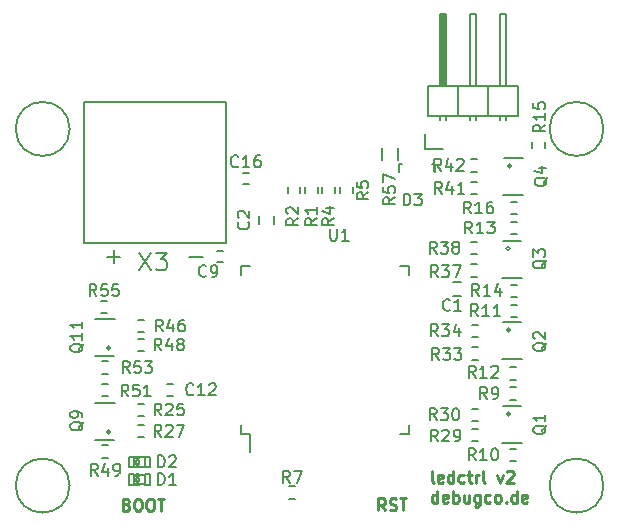
<source format=gto>
G04 #@! TF.FileFunction,Legend,Top*
%FSLAX46Y46*%
G04 Gerber Fmt 4.6, Leading zero omitted, Abs format (unit mm)*
G04 Created by KiCad (PCBNEW (2015-01-16 BZR 5376)-product) date 31.05.2015 18:22:37*
%MOMM*%
G01*
G04 APERTURE LIST*
%ADD10C,0.100000*%
%ADD11C,0.250000*%
%ADD12C,0.150000*%
G04 APERTURE END LIST*
D10*
D11*
X93812858Y-111198571D02*
X93955715Y-111246190D01*
X94003334Y-111293810D01*
X94050953Y-111389048D01*
X94050953Y-111531905D01*
X94003334Y-111627143D01*
X93955715Y-111674762D01*
X93860477Y-111722381D01*
X93479524Y-111722381D01*
X93479524Y-110722381D01*
X93812858Y-110722381D01*
X93908096Y-110770000D01*
X93955715Y-110817619D01*
X94003334Y-110912857D01*
X94003334Y-111008095D01*
X93955715Y-111103333D01*
X93908096Y-111150952D01*
X93812858Y-111198571D01*
X93479524Y-111198571D01*
X94670000Y-110722381D02*
X94860477Y-110722381D01*
X94955715Y-110770000D01*
X95050953Y-110865238D01*
X95098572Y-111055714D01*
X95098572Y-111389048D01*
X95050953Y-111579524D01*
X94955715Y-111674762D01*
X94860477Y-111722381D01*
X94670000Y-111722381D01*
X94574762Y-111674762D01*
X94479524Y-111579524D01*
X94431905Y-111389048D01*
X94431905Y-111055714D01*
X94479524Y-110865238D01*
X94574762Y-110770000D01*
X94670000Y-110722381D01*
X95717619Y-110722381D02*
X95908096Y-110722381D01*
X96003334Y-110770000D01*
X96098572Y-110865238D01*
X96146191Y-111055714D01*
X96146191Y-111389048D01*
X96098572Y-111579524D01*
X96003334Y-111674762D01*
X95908096Y-111722381D01*
X95717619Y-111722381D01*
X95622381Y-111674762D01*
X95527143Y-111579524D01*
X95479524Y-111389048D01*
X95479524Y-111055714D01*
X95527143Y-110865238D01*
X95622381Y-110770000D01*
X95717619Y-110722381D01*
X96431905Y-110722381D02*
X97003334Y-110722381D01*
X96717619Y-111722381D02*
X96717619Y-110722381D01*
X115692381Y-111692381D02*
X115359047Y-111216190D01*
X115120952Y-111692381D02*
X115120952Y-110692381D01*
X115501905Y-110692381D01*
X115597143Y-110740000D01*
X115644762Y-110787619D01*
X115692381Y-110882857D01*
X115692381Y-111025714D01*
X115644762Y-111120952D01*
X115597143Y-111168571D01*
X115501905Y-111216190D01*
X115120952Y-111216190D01*
X116073333Y-111644762D02*
X116216190Y-111692381D01*
X116454286Y-111692381D01*
X116549524Y-111644762D01*
X116597143Y-111597143D01*
X116644762Y-111501905D01*
X116644762Y-111406667D01*
X116597143Y-111311429D01*
X116549524Y-111263810D01*
X116454286Y-111216190D01*
X116263809Y-111168571D01*
X116168571Y-111120952D01*
X116120952Y-111073333D01*
X116073333Y-110978095D01*
X116073333Y-110882857D01*
X116120952Y-110787619D01*
X116168571Y-110740000D01*
X116263809Y-110692381D01*
X116501905Y-110692381D01*
X116644762Y-110740000D01*
X116930476Y-110692381D02*
X117501905Y-110692381D01*
X117216190Y-111692381D02*
X117216190Y-110692381D01*
X120128572Y-111052381D02*
X120128572Y-110052381D01*
X120128572Y-111004762D02*
X120033334Y-111052381D01*
X119842857Y-111052381D01*
X119747619Y-111004762D01*
X119700000Y-110957143D01*
X119652381Y-110861905D01*
X119652381Y-110576190D01*
X119700000Y-110480952D01*
X119747619Y-110433333D01*
X119842857Y-110385714D01*
X120033334Y-110385714D01*
X120128572Y-110433333D01*
X120985715Y-111004762D02*
X120890477Y-111052381D01*
X120700000Y-111052381D01*
X120604762Y-111004762D01*
X120557143Y-110909524D01*
X120557143Y-110528571D01*
X120604762Y-110433333D01*
X120700000Y-110385714D01*
X120890477Y-110385714D01*
X120985715Y-110433333D01*
X121033334Y-110528571D01*
X121033334Y-110623810D01*
X120557143Y-110719048D01*
X121461905Y-111052381D02*
X121461905Y-110052381D01*
X121461905Y-110433333D02*
X121557143Y-110385714D01*
X121747620Y-110385714D01*
X121842858Y-110433333D01*
X121890477Y-110480952D01*
X121938096Y-110576190D01*
X121938096Y-110861905D01*
X121890477Y-110957143D01*
X121842858Y-111004762D01*
X121747620Y-111052381D01*
X121557143Y-111052381D01*
X121461905Y-111004762D01*
X122795239Y-110385714D02*
X122795239Y-111052381D01*
X122366667Y-110385714D02*
X122366667Y-110909524D01*
X122414286Y-111004762D01*
X122509524Y-111052381D01*
X122652382Y-111052381D01*
X122747620Y-111004762D01*
X122795239Y-110957143D01*
X123700001Y-110385714D02*
X123700001Y-111195238D01*
X123652382Y-111290476D01*
X123604763Y-111338095D01*
X123509524Y-111385714D01*
X123366667Y-111385714D01*
X123271429Y-111338095D01*
X123700001Y-111004762D02*
X123604763Y-111052381D01*
X123414286Y-111052381D01*
X123319048Y-111004762D01*
X123271429Y-110957143D01*
X123223810Y-110861905D01*
X123223810Y-110576190D01*
X123271429Y-110480952D01*
X123319048Y-110433333D01*
X123414286Y-110385714D01*
X123604763Y-110385714D01*
X123700001Y-110433333D01*
X124604763Y-111004762D02*
X124509525Y-111052381D01*
X124319048Y-111052381D01*
X124223810Y-111004762D01*
X124176191Y-110957143D01*
X124128572Y-110861905D01*
X124128572Y-110576190D01*
X124176191Y-110480952D01*
X124223810Y-110433333D01*
X124319048Y-110385714D01*
X124509525Y-110385714D01*
X124604763Y-110433333D01*
X125176191Y-111052381D02*
X125080953Y-111004762D01*
X125033334Y-110957143D01*
X124985715Y-110861905D01*
X124985715Y-110576190D01*
X125033334Y-110480952D01*
X125080953Y-110433333D01*
X125176191Y-110385714D01*
X125319049Y-110385714D01*
X125414287Y-110433333D01*
X125461906Y-110480952D01*
X125509525Y-110576190D01*
X125509525Y-110861905D01*
X125461906Y-110957143D01*
X125414287Y-111004762D01*
X125319049Y-111052381D01*
X125176191Y-111052381D01*
X125938096Y-110957143D02*
X125985715Y-111004762D01*
X125938096Y-111052381D01*
X125890477Y-111004762D01*
X125938096Y-110957143D01*
X125938096Y-111052381D01*
X126842858Y-111052381D02*
X126842858Y-110052381D01*
X126842858Y-111004762D02*
X126747620Y-111052381D01*
X126557143Y-111052381D01*
X126461905Y-111004762D01*
X126414286Y-110957143D01*
X126366667Y-110861905D01*
X126366667Y-110576190D01*
X126414286Y-110480952D01*
X126461905Y-110433333D01*
X126557143Y-110385714D01*
X126747620Y-110385714D01*
X126842858Y-110433333D01*
X127700001Y-111004762D02*
X127604763Y-111052381D01*
X127414286Y-111052381D01*
X127319048Y-111004762D01*
X127271429Y-110909524D01*
X127271429Y-110528571D01*
X127319048Y-110433333D01*
X127414286Y-110385714D01*
X127604763Y-110385714D01*
X127700001Y-110433333D01*
X127747620Y-110528571D01*
X127747620Y-110623810D01*
X127271429Y-110719048D01*
X119814284Y-109352381D02*
X119719046Y-109304762D01*
X119671427Y-109209524D01*
X119671427Y-108352381D01*
X120576190Y-109304762D02*
X120480952Y-109352381D01*
X120290475Y-109352381D01*
X120195237Y-109304762D01*
X120147618Y-109209524D01*
X120147618Y-108828571D01*
X120195237Y-108733333D01*
X120290475Y-108685714D01*
X120480952Y-108685714D01*
X120576190Y-108733333D01*
X120623809Y-108828571D01*
X120623809Y-108923810D01*
X120147618Y-109019048D01*
X121480952Y-109352381D02*
X121480952Y-108352381D01*
X121480952Y-109304762D02*
X121385714Y-109352381D01*
X121195237Y-109352381D01*
X121099999Y-109304762D01*
X121052380Y-109257143D01*
X121004761Y-109161905D01*
X121004761Y-108876190D01*
X121052380Y-108780952D01*
X121099999Y-108733333D01*
X121195237Y-108685714D01*
X121385714Y-108685714D01*
X121480952Y-108733333D01*
X122385714Y-109304762D02*
X122290476Y-109352381D01*
X122099999Y-109352381D01*
X122004761Y-109304762D01*
X121957142Y-109257143D01*
X121909523Y-109161905D01*
X121909523Y-108876190D01*
X121957142Y-108780952D01*
X122004761Y-108733333D01*
X122099999Y-108685714D01*
X122290476Y-108685714D01*
X122385714Y-108733333D01*
X122671428Y-108685714D02*
X123052380Y-108685714D01*
X122814285Y-108352381D02*
X122814285Y-109209524D01*
X122861904Y-109304762D01*
X122957142Y-109352381D01*
X123052380Y-109352381D01*
X123385714Y-109352381D02*
X123385714Y-108685714D01*
X123385714Y-108876190D02*
X123433333Y-108780952D01*
X123480952Y-108733333D01*
X123576190Y-108685714D01*
X123671429Y-108685714D01*
X124147619Y-109352381D02*
X124052381Y-109304762D01*
X124004762Y-109209524D01*
X124004762Y-108352381D01*
X125195239Y-108685714D02*
X125433334Y-109352381D01*
X125671430Y-108685714D01*
X126004763Y-108447619D02*
X126052382Y-108400000D01*
X126147620Y-108352381D01*
X126385716Y-108352381D01*
X126480954Y-108400000D01*
X126528573Y-108447619D01*
X126576192Y-108542857D01*
X126576192Y-108638095D01*
X126528573Y-108780952D01*
X125957144Y-109352381D01*
X126576192Y-109352381D01*
D12*
X104150000Y-83125000D02*
X103650000Y-83125000D01*
X103650000Y-84075000D02*
X104150000Y-84075000D01*
X103475000Y-105225000D02*
X104235000Y-105225000D01*
X103475000Y-90975000D02*
X104235000Y-90975000D01*
X117725000Y-90975000D02*
X116965000Y-90975000D01*
X117725000Y-105225000D02*
X116965000Y-105225000D01*
X103475000Y-105225000D02*
X103475000Y-104465000D01*
X117725000Y-105225000D02*
X117725000Y-104465000D01*
X117725000Y-90975000D02*
X117725000Y-91735000D01*
X103475000Y-90975000D02*
X103475000Y-91735000D01*
X104235000Y-105225000D02*
X104235000Y-106750000D01*
X108050000Y-109675000D02*
X107550000Y-109675000D01*
X107550000Y-110725000D02*
X108050000Y-110725000D01*
X126750000Y-101275000D02*
X126250000Y-101275000D01*
X126250000Y-102325000D02*
X126750000Y-102325000D01*
X126750000Y-106475000D02*
X126250000Y-106475000D01*
X126250000Y-107525000D02*
X126750000Y-107525000D01*
X126850000Y-94275000D02*
X126350000Y-94275000D01*
X126350000Y-95325000D02*
X126850000Y-95325000D01*
X126750000Y-99575000D02*
X126250000Y-99575000D01*
X126250000Y-100625000D02*
X126750000Y-100625000D01*
X126850000Y-87275000D02*
X126350000Y-87275000D01*
X126350000Y-88325000D02*
X126850000Y-88325000D01*
X126850000Y-92575000D02*
X126350000Y-92575000D01*
X126350000Y-93625000D02*
X126850000Y-93625000D01*
X128175000Y-80550000D02*
X128175000Y-81050000D01*
X129225000Y-81050000D02*
X129225000Y-80550000D01*
X126850000Y-85575000D02*
X126350000Y-85575000D01*
X126350000Y-86625000D02*
X126850000Y-86625000D01*
X101450000Y-90675000D02*
X101950000Y-90675000D01*
X101950000Y-89725000D02*
X101450000Y-89725000D01*
X97250000Y-101975000D02*
X97750000Y-101975000D01*
X97750000Y-101025000D02*
X97250000Y-101025000D01*
X108945000Y-84350000D02*
X108945000Y-84850000D01*
X109995000Y-84850000D02*
X109995000Y-84350000D01*
X107465000Y-84350000D02*
X107465000Y-84850000D01*
X108515000Y-84850000D02*
X108515000Y-84350000D01*
X110395000Y-84350000D02*
X110395000Y-84850000D01*
X111445000Y-84850000D02*
X111445000Y-84350000D01*
X112955000Y-84860000D02*
X112955000Y-84360000D01*
X111905000Y-84360000D02*
X111905000Y-84860000D01*
X94750000Y-103725000D02*
X95250000Y-103725000D01*
X95250000Y-102675000D02*
X94750000Y-102675000D01*
X94750000Y-105525000D02*
X95250000Y-105525000D01*
X95250000Y-104475000D02*
X94750000Y-104475000D01*
X123550000Y-104775000D02*
X123050000Y-104775000D01*
X123050000Y-105825000D02*
X123550000Y-105825000D01*
X123550000Y-103075000D02*
X123050000Y-103075000D01*
X123050000Y-104125000D02*
X123550000Y-104125000D01*
X123550000Y-97875000D02*
X123050000Y-97875000D01*
X123050000Y-98925000D02*
X123550000Y-98925000D01*
X123550000Y-95975000D02*
X123050000Y-95975000D01*
X123050000Y-97025000D02*
X123550000Y-97025000D01*
X122950000Y-91925000D02*
X123450000Y-91925000D01*
X123450000Y-90875000D02*
X122950000Y-90875000D01*
X122950000Y-90025000D02*
X123450000Y-90025000D01*
X123450000Y-88975000D02*
X122950000Y-88975000D01*
X122950000Y-84925000D02*
X123450000Y-84925000D01*
X123450000Y-83875000D02*
X122950000Y-83875000D01*
X122950000Y-83025000D02*
X123450000Y-83025000D01*
X123450000Y-81975000D02*
X122950000Y-81975000D01*
X95250000Y-95575000D02*
X94750000Y-95575000D01*
X94750000Y-96625000D02*
X95250000Y-96625000D01*
X95250000Y-97175000D02*
X94750000Y-97175000D01*
X94750000Y-98225000D02*
X95250000Y-98225000D01*
X127281200Y-105989200D02*
X125604800Y-105989200D01*
X127230400Y-102890400D02*
X125655600Y-102890400D01*
X126284922Y-103527940D02*
G75*
G03X126284922Y-103527940I-167042J0D01*
G01*
X127281200Y-98889200D02*
X125604800Y-98889200D01*
X127230400Y-95790400D02*
X125655600Y-95790400D01*
X126284922Y-96427940D02*
G75*
G03X126284922Y-96427940I-167042J0D01*
G01*
X127281200Y-91989200D02*
X125604800Y-91989200D01*
X127230400Y-88890400D02*
X125655600Y-88890400D01*
X126284922Y-89527940D02*
G75*
G03X126284922Y-89527940I-167042J0D01*
G01*
X127381200Y-84989200D02*
X125704800Y-84989200D01*
X127330400Y-81890400D02*
X125755600Y-81890400D01*
X126384922Y-82527940D02*
G75*
G03X126384922Y-82527940I-167042J0D01*
G01*
X91118800Y-102610800D02*
X92795200Y-102610800D01*
X91169600Y-105709600D02*
X92744400Y-105709600D01*
X92449162Y-105072060D02*
G75*
G03X92449162Y-105072060I-167042J0D01*
G01*
X91118800Y-95510800D02*
X92795200Y-95510800D01*
X91169600Y-98609600D02*
X92744400Y-98609600D01*
X92449162Y-97972060D02*
G75*
G03X92449162Y-97972060I-167042J0D01*
G01*
X91750000Y-107225000D02*
X92250000Y-107225000D01*
X92250000Y-106175000D02*
X91750000Y-106175000D01*
X91750000Y-102025000D02*
X92250000Y-102025000D01*
X92250000Y-100975000D02*
X91750000Y-100975000D01*
X91750000Y-100125000D02*
X92250000Y-100125000D01*
X92250000Y-99075000D02*
X91750000Y-99075000D01*
X91650000Y-95025000D02*
X92150000Y-95025000D01*
X92150000Y-93975000D02*
X91650000Y-93975000D01*
X134186000Y-79400000D02*
G75*
G03X134186000Y-79400000I-2286000J0D01*
G01*
X134186000Y-109600000D02*
G75*
G03X134186000Y-109600000I-2286000J0D01*
G01*
X88986000Y-109600000D02*
G75*
G03X88986000Y-109600000I-2286000J0D01*
G01*
X88986000Y-79400000D02*
G75*
G03X88986000Y-79400000I-2286000J0D01*
G01*
X102200000Y-87100000D02*
X102200000Y-77100000D01*
X102200000Y-77100000D02*
X90200000Y-77100000D01*
X90200000Y-77100000D02*
X90200000Y-89100000D01*
X90200000Y-89100000D02*
X102200000Y-89100000D01*
X102200000Y-89100000D02*
X102200000Y-87100000D01*
X119050000Y-81100000D02*
X120600000Y-81100000D01*
X119050000Y-79800000D02*
X119050000Y-81100000D01*
X120473000Y-75609000D02*
X120473000Y-69767000D01*
X120473000Y-69767000D02*
X120727000Y-69767000D01*
X120727000Y-69767000D02*
X120727000Y-75609000D01*
X120727000Y-75609000D02*
X120600000Y-75609000D01*
X120600000Y-75609000D02*
X120600000Y-69767000D01*
X120346000Y-78276000D02*
X120346000Y-78657000D01*
X120854000Y-78276000D02*
X120854000Y-78657000D01*
X122886000Y-78276000D02*
X122886000Y-78657000D01*
X123394000Y-78276000D02*
X123394000Y-78657000D01*
X125426000Y-78276000D02*
X125426000Y-78657000D01*
X125934000Y-78276000D02*
X125934000Y-78657000D01*
X121870000Y-75736000D02*
X119330000Y-75736000D01*
X120854000Y-69640000D02*
X120854000Y-75736000D01*
X120346000Y-69640000D02*
X120854000Y-69640000D01*
X120346000Y-75736000D02*
X120346000Y-69640000D01*
X121870000Y-78276000D02*
X121870000Y-75736000D01*
X119330000Y-78276000D02*
X121870000Y-78276000D01*
X119330000Y-78276000D02*
X119330000Y-75736000D01*
X124410000Y-78276000D02*
X124410000Y-75736000D01*
X124410000Y-78276000D02*
X126950000Y-78276000D01*
X125426000Y-75736000D02*
X125426000Y-69640000D01*
X125426000Y-69640000D02*
X125934000Y-69640000D01*
X125934000Y-69640000D02*
X125934000Y-75736000D01*
X126950000Y-75736000D02*
X124410000Y-75736000D01*
X124410000Y-75736000D02*
X121870000Y-75736000D01*
X123394000Y-69640000D02*
X123394000Y-75736000D01*
X122886000Y-69640000D02*
X123394000Y-69640000D01*
X122886000Y-75736000D02*
X122886000Y-69640000D01*
X124410000Y-78276000D02*
X124410000Y-75736000D01*
X121870000Y-78276000D02*
X124410000Y-78276000D01*
X121870000Y-78276000D02*
X121870000Y-75736000D01*
X126950000Y-78276000D02*
X126950000Y-75736000D01*
X115405000Y-82000000D02*
X115405000Y-81000000D01*
X116755000Y-81000000D02*
X116755000Y-82000000D01*
X94450420Y-109549580D02*
X94450420Y-108650420D01*
X94450420Y-108650420D02*
X94051640Y-108650420D01*
X94051640Y-109549580D02*
X94051640Y-108650420D01*
X94450420Y-109549580D02*
X94051640Y-109549580D01*
X95748360Y-109549580D02*
X95748360Y-108650420D01*
X95748360Y-108650420D02*
X95349580Y-108650420D01*
X95349580Y-109549580D02*
X95349580Y-108650420D01*
X95748360Y-109549580D02*
X95349580Y-109549580D01*
X94900000Y-109549580D02*
X94900000Y-109399720D01*
X94900000Y-109399720D02*
X94600280Y-109399720D01*
X94600280Y-109549580D02*
X94600280Y-109399720D01*
X94900000Y-109549580D02*
X94600280Y-109549580D01*
X94900000Y-108800280D02*
X94900000Y-108650420D01*
X94900000Y-108650420D02*
X94600280Y-108650420D01*
X94600280Y-108800280D02*
X94600280Y-108650420D01*
X94900000Y-108800280D02*
X94600280Y-108800280D01*
X94900000Y-109249860D02*
X94900000Y-108950140D01*
X94900000Y-108950140D02*
X94600280Y-108950140D01*
X94600280Y-109249860D02*
X94600280Y-108950140D01*
X94900000Y-109249860D02*
X94600280Y-109249860D01*
X94450420Y-109498780D02*
X95349580Y-109498780D01*
X94450420Y-108701220D02*
X95349580Y-108701220D01*
X94450420Y-108049580D02*
X94450420Y-107150420D01*
X94450420Y-107150420D02*
X94051640Y-107150420D01*
X94051640Y-108049580D02*
X94051640Y-107150420D01*
X94450420Y-108049580D02*
X94051640Y-108049580D01*
X95748360Y-108049580D02*
X95748360Y-107150420D01*
X95748360Y-107150420D02*
X95349580Y-107150420D01*
X95349580Y-108049580D02*
X95349580Y-107150420D01*
X95748360Y-108049580D02*
X95349580Y-108049580D01*
X94900000Y-108049580D02*
X94900000Y-107899720D01*
X94900000Y-107899720D02*
X94600280Y-107899720D01*
X94600280Y-108049580D02*
X94600280Y-107899720D01*
X94900000Y-108049580D02*
X94600280Y-108049580D01*
X94900000Y-107300280D02*
X94900000Y-107150420D01*
X94900000Y-107150420D02*
X94600280Y-107150420D01*
X94600280Y-107300280D02*
X94600280Y-107150420D01*
X94900000Y-107300280D02*
X94600280Y-107300280D01*
X94900000Y-107749860D02*
X94900000Y-107450140D01*
X94900000Y-107450140D02*
X94600280Y-107450140D01*
X94600280Y-107749860D02*
X94600280Y-107450140D01*
X94900000Y-107749860D02*
X94600280Y-107749860D01*
X94450420Y-107998780D02*
X95349580Y-107998780D01*
X94450420Y-107201220D02*
X95349580Y-107201220D01*
X119679160Y-82359760D02*
X119630900Y-82359760D01*
X116880180Y-83060800D02*
X116880180Y-82359760D01*
X116880180Y-82359760D02*
X117129100Y-82359760D01*
X119679160Y-82359760D02*
X119879820Y-82359760D01*
X119879820Y-82359760D02*
X119879820Y-83060800D01*
X105050000Y-87470000D02*
X105050000Y-86770000D01*
X106250000Y-86770000D02*
X106250000Y-87470000D01*
X121420000Y-92340000D02*
X122120000Y-92340000D01*
X122120000Y-93540000D02*
X121420000Y-93540000D01*
X103257143Y-82557143D02*
X103209524Y-82604762D01*
X103066667Y-82652381D01*
X102971429Y-82652381D01*
X102828571Y-82604762D01*
X102733333Y-82509524D01*
X102685714Y-82414286D01*
X102638095Y-82223810D01*
X102638095Y-82080952D01*
X102685714Y-81890476D01*
X102733333Y-81795238D01*
X102828571Y-81700000D01*
X102971429Y-81652381D01*
X103066667Y-81652381D01*
X103209524Y-81700000D01*
X103257143Y-81747619D01*
X104209524Y-82652381D02*
X103638095Y-82652381D01*
X103923809Y-82652381D02*
X103923809Y-81652381D01*
X103828571Y-81795238D01*
X103733333Y-81890476D01*
X103638095Y-81938095D01*
X105066667Y-81652381D02*
X104876190Y-81652381D01*
X104780952Y-81700000D01*
X104733333Y-81747619D01*
X104638095Y-81890476D01*
X104590476Y-82080952D01*
X104590476Y-82461905D01*
X104638095Y-82557143D01*
X104685714Y-82604762D01*
X104780952Y-82652381D01*
X104971429Y-82652381D01*
X105066667Y-82604762D01*
X105114286Y-82557143D01*
X105161905Y-82461905D01*
X105161905Y-82223810D01*
X105114286Y-82128571D01*
X105066667Y-82080952D01*
X104971429Y-82033333D01*
X104780952Y-82033333D01*
X104685714Y-82080952D01*
X104638095Y-82128571D01*
X104590476Y-82223810D01*
X111038095Y-87852381D02*
X111038095Y-88661905D01*
X111085714Y-88757143D01*
X111133333Y-88804762D01*
X111228571Y-88852381D01*
X111419048Y-88852381D01*
X111514286Y-88804762D01*
X111561905Y-88757143D01*
X111609524Y-88661905D01*
X111609524Y-87852381D01*
X112609524Y-88852381D02*
X112038095Y-88852381D01*
X112323809Y-88852381D02*
X112323809Y-87852381D01*
X112228571Y-87995238D01*
X112133333Y-88090476D01*
X112038095Y-88138095D01*
X107633334Y-109352381D02*
X107300000Y-108876190D01*
X107061905Y-109352381D02*
X107061905Y-108352381D01*
X107442858Y-108352381D01*
X107538096Y-108400000D01*
X107585715Y-108447619D01*
X107633334Y-108542857D01*
X107633334Y-108685714D01*
X107585715Y-108780952D01*
X107538096Y-108828571D01*
X107442858Y-108876190D01*
X107061905Y-108876190D01*
X107966667Y-108352381D02*
X108633334Y-108352381D01*
X108204762Y-109352381D01*
X124333334Y-102252381D02*
X124000000Y-101776190D01*
X123761905Y-102252381D02*
X123761905Y-101252381D01*
X124142858Y-101252381D01*
X124238096Y-101300000D01*
X124285715Y-101347619D01*
X124333334Y-101442857D01*
X124333334Y-101585714D01*
X124285715Y-101680952D01*
X124238096Y-101728571D01*
X124142858Y-101776190D01*
X123761905Y-101776190D01*
X124809524Y-102252381D02*
X125000000Y-102252381D01*
X125095239Y-102204762D01*
X125142858Y-102157143D01*
X125238096Y-102014286D01*
X125285715Y-101823810D01*
X125285715Y-101442857D01*
X125238096Y-101347619D01*
X125190477Y-101300000D01*
X125095239Y-101252381D01*
X124904762Y-101252381D01*
X124809524Y-101300000D01*
X124761905Y-101347619D01*
X124714286Y-101442857D01*
X124714286Y-101680952D01*
X124761905Y-101776190D01*
X124809524Y-101823810D01*
X124904762Y-101871429D01*
X125095239Y-101871429D01*
X125190477Y-101823810D01*
X125238096Y-101776190D01*
X125285715Y-101680952D01*
X123357143Y-107452381D02*
X123023809Y-106976190D01*
X122785714Y-107452381D02*
X122785714Y-106452381D01*
X123166667Y-106452381D01*
X123261905Y-106500000D01*
X123309524Y-106547619D01*
X123357143Y-106642857D01*
X123357143Y-106785714D01*
X123309524Y-106880952D01*
X123261905Y-106928571D01*
X123166667Y-106976190D01*
X122785714Y-106976190D01*
X124309524Y-107452381D02*
X123738095Y-107452381D01*
X124023809Y-107452381D02*
X124023809Y-106452381D01*
X123928571Y-106595238D01*
X123833333Y-106690476D01*
X123738095Y-106738095D01*
X124928571Y-106452381D02*
X125023810Y-106452381D01*
X125119048Y-106500000D01*
X125166667Y-106547619D01*
X125214286Y-106642857D01*
X125261905Y-106833333D01*
X125261905Y-107071429D01*
X125214286Y-107261905D01*
X125166667Y-107357143D01*
X125119048Y-107404762D01*
X125023810Y-107452381D01*
X124928571Y-107452381D01*
X124833333Y-107404762D01*
X124785714Y-107357143D01*
X124738095Y-107261905D01*
X124690476Y-107071429D01*
X124690476Y-106833333D01*
X124738095Y-106642857D01*
X124785714Y-106547619D01*
X124833333Y-106500000D01*
X124928571Y-106452381D01*
X123557143Y-95252381D02*
X123223809Y-94776190D01*
X122985714Y-95252381D02*
X122985714Y-94252381D01*
X123366667Y-94252381D01*
X123461905Y-94300000D01*
X123509524Y-94347619D01*
X123557143Y-94442857D01*
X123557143Y-94585714D01*
X123509524Y-94680952D01*
X123461905Y-94728571D01*
X123366667Y-94776190D01*
X122985714Y-94776190D01*
X124509524Y-95252381D02*
X123938095Y-95252381D01*
X124223809Y-95252381D02*
X124223809Y-94252381D01*
X124128571Y-94395238D01*
X124033333Y-94490476D01*
X123938095Y-94538095D01*
X125461905Y-95252381D02*
X124890476Y-95252381D01*
X125176190Y-95252381D02*
X125176190Y-94252381D01*
X125080952Y-94395238D01*
X124985714Y-94490476D01*
X124890476Y-94538095D01*
X123357143Y-100452381D02*
X123023809Y-99976190D01*
X122785714Y-100452381D02*
X122785714Y-99452381D01*
X123166667Y-99452381D01*
X123261905Y-99500000D01*
X123309524Y-99547619D01*
X123357143Y-99642857D01*
X123357143Y-99785714D01*
X123309524Y-99880952D01*
X123261905Y-99928571D01*
X123166667Y-99976190D01*
X122785714Y-99976190D01*
X124309524Y-100452381D02*
X123738095Y-100452381D01*
X124023809Y-100452381D02*
X124023809Y-99452381D01*
X123928571Y-99595238D01*
X123833333Y-99690476D01*
X123738095Y-99738095D01*
X124690476Y-99547619D02*
X124738095Y-99500000D01*
X124833333Y-99452381D01*
X125071429Y-99452381D01*
X125166667Y-99500000D01*
X125214286Y-99547619D01*
X125261905Y-99642857D01*
X125261905Y-99738095D01*
X125214286Y-99880952D01*
X124642857Y-100452381D01*
X125261905Y-100452381D01*
X123057143Y-88252381D02*
X122723809Y-87776190D01*
X122485714Y-88252381D02*
X122485714Y-87252381D01*
X122866667Y-87252381D01*
X122961905Y-87300000D01*
X123009524Y-87347619D01*
X123057143Y-87442857D01*
X123057143Y-87585714D01*
X123009524Y-87680952D01*
X122961905Y-87728571D01*
X122866667Y-87776190D01*
X122485714Y-87776190D01*
X124009524Y-88252381D02*
X123438095Y-88252381D01*
X123723809Y-88252381D02*
X123723809Y-87252381D01*
X123628571Y-87395238D01*
X123533333Y-87490476D01*
X123438095Y-87538095D01*
X124342857Y-87252381D02*
X124961905Y-87252381D01*
X124628571Y-87633333D01*
X124771429Y-87633333D01*
X124866667Y-87680952D01*
X124914286Y-87728571D01*
X124961905Y-87823810D01*
X124961905Y-88061905D01*
X124914286Y-88157143D01*
X124866667Y-88204762D01*
X124771429Y-88252381D01*
X124485714Y-88252381D01*
X124390476Y-88204762D01*
X124342857Y-88157143D01*
X123647143Y-93522381D02*
X123313809Y-93046190D01*
X123075714Y-93522381D02*
X123075714Y-92522381D01*
X123456667Y-92522381D01*
X123551905Y-92570000D01*
X123599524Y-92617619D01*
X123647143Y-92712857D01*
X123647143Y-92855714D01*
X123599524Y-92950952D01*
X123551905Y-92998571D01*
X123456667Y-93046190D01*
X123075714Y-93046190D01*
X124599524Y-93522381D02*
X124028095Y-93522381D01*
X124313809Y-93522381D02*
X124313809Y-92522381D01*
X124218571Y-92665238D01*
X124123333Y-92760476D01*
X124028095Y-92808095D01*
X125456667Y-92855714D02*
X125456667Y-93522381D01*
X125218571Y-92474762D02*
X124980476Y-93189048D01*
X125599524Y-93189048D01*
X129252381Y-79042857D02*
X128776190Y-79376191D01*
X129252381Y-79614286D02*
X128252381Y-79614286D01*
X128252381Y-79233333D01*
X128300000Y-79138095D01*
X128347619Y-79090476D01*
X128442857Y-79042857D01*
X128585714Y-79042857D01*
X128680952Y-79090476D01*
X128728571Y-79138095D01*
X128776190Y-79233333D01*
X128776190Y-79614286D01*
X129252381Y-78090476D02*
X129252381Y-78661905D01*
X129252381Y-78376191D02*
X128252381Y-78376191D01*
X128395238Y-78471429D01*
X128490476Y-78566667D01*
X128538095Y-78661905D01*
X128252381Y-77185714D02*
X128252381Y-77661905D01*
X128728571Y-77709524D01*
X128680952Y-77661905D01*
X128633333Y-77566667D01*
X128633333Y-77328571D01*
X128680952Y-77233333D01*
X128728571Y-77185714D01*
X128823810Y-77138095D01*
X129061905Y-77138095D01*
X129157143Y-77185714D01*
X129204762Y-77233333D01*
X129252381Y-77328571D01*
X129252381Y-77566667D01*
X129204762Y-77661905D01*
X129157143Y-77709524D01*
X122957143Y-86552381D02*
X122623809Y-86076190D01*
X122385714Y-86552381D02*
X122385714Y-85552381D01*
X122766667Y-85552381D01*
X122861905Y-85600000D01*
X122909524Y-85647619D01*
X122957143Y-85742857D01*
X122957143Y-85885714D01*
X122909524Y-85980952D01*
X122861905Y-86028571D01*
X122766667Y-86076190D01*
X122385714Y-86076190D01*
X123909524Y-86552381D02*
X123338095Y-86552381D01*
X123623809Y-86552381D02*
X123623809Y-85552381D01*
X123528571Y-85695238D01*
X123433333Y-85790476D01*
X123338095Y-85838095D01*
X124766667Y-85552381D02*
X124576190Y-85552381D01*
X124480952Y-85600000D01*
X124433333Y-85647619D01*
X124338095Y-85790476D01*
X124290476Y-85980952D01*
X124290476Y-86361905D01*
X124338095Y-86457143D01*
X124385714Y-86504762D01*
X124480952Y-86552381D01*
X124671429Y-86552381D01*
X124766667Y-86504762D01*
X124814286Y-86457143D01*
X124861905Y-86361905D01*
X124861905Y-86123810D01*
X124814286Y-86028571D01*
X124766667Y-85980952D01*
X124671429Y-85933333D01*
X124480952Y-85933333D01*
X124385714Y-85980952D01*
X124338095Y-86028571D01*
X124290476Y-86123810D01*
X100543334Y-91847143D02*
X100495715Y-91894762D01*
X100352858Y-91942381D01*
X100257620Y-91942381D01*
X100114762Y-91894762D01*
X100019524Y-91799524D01*
X99971905Y-91704286D01*
X99924286Y-91513810D01*
X99924286Y-91370952D01*
X99971905Y-91180476D01*
X100019524Y-91085238D01*
X100114762Y-90990000D01*
X100257620Y-90942381D01*
X100352858Y-90942381D01*
X100495715Y-90990000D01*
X100543334Y-91037619D01*
X101019524Y-91942381D02*
X101210000Y-91942381D01*
X101305239Y-91894762D01*
X101352858Y-91847143D01*
X101448096Y-91704286D01*
X101495715Y-91513810D01*
X101495715Y-91132857D01*
X101448096Y-91037619D01*
X101400477Y-90990000D01*
X101305239Y-90942381D01*
X101114762Y-90942381D01*
X101019524Y-90990000D01*
X100971905Y-91037619D01*
X100924286Y-91132857D01*
X100924286Y-91370952D01*
X100971905Y-91466190D01*
X101019524Y-91513810D01*
X101114762Y-91561429D01*
X101305239Y-91561429D01*
X101400477Y-91513810D01*
X101448096Y-91466190D01*
X101495715Y-91370952D01*
X99457143Y-101857143D02*
X99409524Y-101904762D01*
X99266667Y-101952381D01*
X99171429Y-101952381D01*
X99028571Y-101904762D01*
X98933333Y-101809524D01*
X98885714Y-101714286D01*
X98838095Y-101523810D01*
X98838095Y-101380952D01*
X98885714Y-101190476D01*
X98933333Y-101095238D01*
X99028571Y-101000000D01*
X99171429Y-100952381D01*
X99266667Y-100952381D01*
X99409524Y-101000000D01*
X99457143Y-101047619D01*
X100409524Y-101952381D02*
X99838095Y-101952381D01*
X100123809Y-101952381D02*
X100123809Y-100952381D01*
X100028571Y-101095238D01*
X99933333Y-101190476D01*
X99838095Y-101238095D01*
X100790476Y-101047619D02*
X100838095Y-101000000D01*
X100933333Y-100952381D01*
X101171429Y-100952381D01*
X101266667Y-101000000D01*
X101314286Y-101047619D01*
X101361905Y-101142857D01*
X101361905Y-101238095D01*
X101314286Y-101380952D01*
X100742857Y-101952381D01*
X101361905Y-101952381D01*
X109922381Y-86966666D02*
X109446190Y-87300000D01*
X109922381Y-87538095D02*
X108922381Y-87538095D01*
X108922381Y-87157142D01*
X108970000Y-87061904D01*
X109017619Y-87014285D01*
X109112857Y-86966666D01*
X109255714Y-86966666D01*
X109350952Y-87014285D01*
X109398571Y-87061904D01*
X109446190Y-87157142D01*
X109446190Y-87538095D01*
X109922381Y-86014285D02*
X109922381Y-86585714D01*
X109922381Y-86300000D02*
X108922381Y-86300000D01*
X109065238Y-86395238D01*
X109160476Y-86490476D01*
X109208095Y-86585714D01*
X108342381Y-86966666D02*
X107866190Y-87300000D01*
X108342381Y-87538095D02*
X107342381Y-87538095D01*
X107342381Y-87157142D01*
X107390000Y-87061904D01*
X107437619Y-87014285D01*
X107532857Y-86966666D01*
X107675714Y-86966666D01*
X107770952Y-87014285D01*
X107818571Y-87061904D01*
X107866190Y-87157142D01*
X107866190Y-87538095D01*
X107437619Y-86585714D02*
X107390000Y-86538095D01*
X107342381Y-86442857D01*
X107342381Y-86204761D01*
X107390000Y-86109523D01*
X107437619Y-86061904D01*
X107532857Y-86014285D01*
X107628095Y-86014285D01*
X107770952Y-86061904D01*
X108342381Y-86633333D01*
X108342381Y-86014285D01*
X111372381Y-86966666D02*
X110896190Y-87300000D01*
X111372381Y-87538095D02*
X110372381Y-87538095D01*
X110372381Y-87157142D01*
X110420000Y-87061904D01*
X110467619Y-87014285D01*
X110562857Y-86966666D01*
X110705714Y-86966666D01*
X110800952Y-87014285D01*
X110848571Y-87061904D01*
X110896190Y-87157142D01*
X110896190Y-87538095D01*
X110705714Y-86109523D02*
X111372381Y-86109523D01*
X110324762Y-86347619D02*
X111039048Y-86585714D01*
X111039048Y-85966666D01*
X114282381Y-84776666D02*
X113806190Y-85110000D01*
X114282381Y-85348095D02*
X113282381Y-85348095D01*
X113282381Y-84967142D01*
X113330000Y-84871904D01*
X113377619Y-84824285D01*
X113472857Y-84776666D01*
X113615714Y-84776666D01*
X113710952Y-84824285D01*
X113758571Y-84871904D01*
X113806190Y-84967142D01*
X113806190Y-85348095D01*
X113282381Y-83871904D02*
X113282381Y-84348095D01*
X113758571Y-84395714D01*
X113710952Y-84348095D01*
X113663333Y-84252857D01*
X113663333Y-84014761D01*
X113710952Y-83919523D01*
X113758571Y-83871904D01*
X113853810Y-83824285D01*
X114091905Y-83824285D01*
X114187143Y-83871904D01*
X114234762Y-83919523D01*
X114282381Y-84014761D01*
X114282381Y-84252857D01*
X114234762Y-84348095D01*
X114187143Y-84395714D01*
X96757143Y-103652381D02*
X96423809Y-103176190D01*
X96185714Y-103652381D02*
X96185714Y-102652381D01*
X96566667Y-102652381D01*
X96661905Y-102700000D01*
X96709524Y-102747619D01*
X96757143Y-102842857D01*
X96757143Y-102985714D01*
X96709524Y-103080952D01*
X96661905Y-103128571D01*
X96566667Y-103176190D01*
X96185714Y-103176190D01*
X97138095Y-102747619D02*
X97185714Y-102700000D01*
X97280952Y-102652381D01*
X97519048Y-102652381D01*
X97614286Y-102700000D01*
X97661905Y-102747619D01*
X97709524Y-102842857D01*
X97709524Y-102938095D01*
X97661905Y-103080952D01*
X97090476Y-103652381D01*
X97709524Y-103652381D01*
X98614286Y-102652381D02*
X98138095Y-102652381D01*
X98090476Y-103128571D01*
X98138095Y-103080952D01*
X98233333Y-103033333D01*
X98471429Y-103033333D01*
X98566667Y-103080952D01*
X98614286Y-103128571D01*
X98661905Y-103223810D01*
X98661905Y-103461905D01*
X98614286Y-103557143D01*
X98566667Y-103604762D01*
X98471429Y-103652381D01*
X98233333Y-103652381D01*
X98138095Y-103604762D01*
X98090476Y-103557143D01*
X96757143Y-105452381D02*
X96423809Y-104976190D01*
X96185714Y-105452381D02*
X96185714Y-104452381D01*
X96566667Y-104452381D01*
X96661905Y-104500000D01*
X96709524Y-104547619D01*
X96757143Y-104642857D01*
X96757143Y-104785714D01*
X96709524Y-104880952D01*
X96661905Y-104928571D01*
X96566667Y-104976190D01*
X96185714Y-104976190D01*
X97138095Y-104547619D02*
X97185714Y-104500000D01*
X97280952Y-104452381D01*
X97519048Y-104452381D01*
X97614286Y-104500000D01*
X97661905Y-104547619D01*
X97709524Y-104642857D01*
X97709524Y-104738095D01*
X97661905Y-104880952D01*
X97090476Y-105452381D01*
X97709524Y-105452381D01*
X98042857Y-104452381D02*
X98709524Y-104452381D01*
X98280952Y-105452381D01*
X120157143Y-105852381D02*
X119823809Y-105376190D01*
X119585714Y-105852381D02*
X119585714Y-104852381D01*
X119966667Y-104852381D01*
X120061905Y-104900000D01*
X120109524Y-104947619D01*
X120157143Y-105042857D01*
X120157143Y-105185714D01*
X120109524Y-105280952D01*
X120061905Y-105328571D01*
X119966667Y-105376190D01*
X119585714Y-105376190D01*
X120538095Y-104947619D02*
X120585714Y-104900000D01*
X120680952Y-104852381D01*
X120919048Y-104852381D01*
X121014286Y-104900000D01*
X121061905Y-104947619D01*
X121109524Y-105042857D01*
X121109524Y-105138095D01*
X121061905Y-105280952D01*
X120490476Y-105852381D01*
X121109524Y-105852381D01*
X121585714Y-105852381D02*
X121776190Y-105852381D01*
X121871429Y-105804762D01*
X121919048Y-105757143D01*
X122014286Y-105614286D01*
X122061905Y-105423810D01*
X122061905Y-105042857D01*
X122014286Y-104947619D01*
X121966667Y-104900000D01*
X121871429Y-104852381D01*
X121680952Y-104852381D01*
X121585714Y-104900000D01*
X121538095Y-104947619D01*
X121490476Y-105042857D01*
X121490476Y-105280952D01*
X121538095Y-105376190D01*
X121585714Y-105423810D01*
X121680952Y-105471429D01*
X121871429Y-105471429D01*
X121966667Y-105423810D01*
X122014286Y-105376190D01*
X122061905Y-105280952D01*
X120057143Y-104052381D02*
X119723809Y-103576190D01*
X119485714Y-104052381D02*
X119485714Y-103052381D01*
X119866667Y-103052381D01*
X119961905Y-103100000D01*
X120009524Y-103147619D01*
X120057143Y-103242857D01*
X120057143Y-103385714D01*
X120009524Y-103480952D01*
X119961905Y-103528571D01*
X119866667Y-103576190D01*
X119485714Y-103576190D01*
X120390476Y-103052381D02*
X121009524Y-103052381D01*
X120676190Y-103433333D01*
X120819048Y-103433333D01*
X120914286Y-103480952D01*
X120961905Y-103528571D01*
X121009524Y-103623810D01*
X121009524Y-103861905D01*
X120961905Y-103957143D01*
X120914286Y-104004762D01*
X120819048Y-104052381D01*
X120533333Y-104052381D01*
X120438095Y-104004762D01*
X120390476Y-103957143D01*
X121628571Y-103052381D02*
X121723810Y-103052381D01*
X121819048Y-103100000D01*
X121866667Y-103147619D01*
X121914286Y-103242857D01*
X121961905Y-103433333D01*
X121961905Y-103671429D01*
X121914286Y-103861905D01*
X121866667Y-103957143D01*
X121819048Y-104004762D01*
X121723810Y-104052381D01*
X121628571Y-104052381D01*
X121533333Y-104004762D01*
X121485714Y-103957143D01*
X121438095Y-103861905D01*
X121390476Y-103671429D01*
X121390476Y-103433333D01*
X121438095Y-103242857D01*
X121485714Y-103147619D01*
X121533333Y-103100000D01*
X121628571Y-103052381D01*
X120257143Y-98952381D02*
X119923809Y-98476190D01*
X119685714Y-98952381D02*
X119685714Y-97952381D01*
X120066667Y-97952381D01*
X120161905Y-98000000D01*
X120209524Y-98047619D01*
X120257143Y-98142857D01*
X120257143Y-98285714D01*
X120209524Y-98380952D01*
X120161905Y-98428571D01*
X120066667Y-98476190D01*
X119685714Y-98476190D01*
X120590476Y-97952381D02*
X121209524Y-97952381D01*
X120876190Y-98333333D01*
X121019048Y-98333333D01*
X121114286Y-98380952D01*
X121161905Y-98428571D01*
X121209524Y-98523810D01*
X121209524Y-98761905D01*
X121161905Y-98857143D01*
X121114286Y-98904762D01*
X121019048Y-98952381D01*
X120733333Y-98952381D01*
X120638095Y-98904762D01*
X120590476Y-98857143D01*
X121542857Y-97952381D02*
X122161905Y-97952381D01*
X121828571Y-98333333D01*
X121971429Y-98333333D01*
X122066667Y-98380952D01*
X122114286Y-98428571D01*
X122161905Y-98523810D01*
X122161905Y-98761905D01*
X122114286Y-98857143D01*
X122066667Y-98904762D01*
X121971429Y-98952381D01*
X121685714Y-98952381D01*
X121590476Y-98904762D01*
X121542857Y-98857143D01*
X120157143Y-96952381D02*
X119823809Y-96476190D01*
X119585714Y-96952381D02*
X119585714Y-95952381D01*
X119966667Y-95952381D01*
X120061905Y-96000000D01*
X120109524Y-96047619D01*
X120157143Y-96142857D01*
X120157143Y-96285714D01*
X120109524Y-96380952D01*
X120061905Y-96428571D01*
X119966667Y-96476190D01*
X119585714Y-96476190D01*
X120490476Y-95952381D02*
X121109524Y-95952381D01*
X120776190Y-96333333D01*
X120919048Y-96333333D01*
X121014286Y-96380952D01*
X121061905Y-96428571D01*
X121109524Y-96523810D01*
X121109524Y-96761905D01*
X121061905Y-96857143D01*
X121014286Y-96904762D01*
X120919048Y-96952381D01*
X120633333Y-96952381D01*
X120538095Y-96904762D01*
X120490476Y-96857143D01*
X121966667Y-96285714D02*
X121966667Y-96952381D01*
X121728571Y-95904762D02*
X121490476Y-96619048D01*
X122109524Y-96619048D01*
X120157143Y-91952381D02*
X119823809Y-91476190D01*
X119585714Y-91952381D02*
X119585714Y-90952381D01*
X119966667Y-90952381D01*
X120061905Y-91000000D01*
X120109524Y-91047619D01*
X120157143Y-91142857D01*
X120157143Y-91285714D01*
X120109524Y-91380952D01*
X120061905Y-91428571D01*
X119966667Y-91476190D01*
X119585714Y-91476190D01*
X120490476Y-90952381D02*
X121109524Y-90952381D01*
X120776190Y-91333333D01*
X120919048Y-91333333D01*
X121014286Y-91380952D01*
X121061905Y-91428571D01*
X121109524Y-91523810D01*
X121109524Y-91761905D01*
X121061905Y-91857143D01*
X121014286Y-91904762D01*
X120919048Y-91952381D01*
X120633333Y-91952381D01*
X120538095Y-91904762D01*
X120490476Y-91857143D01*
X121442857Y-90952381D02*
X122109524Y-90952381D01*
X121680952Y-91952381D01*
X120057143Y-89952381D02*
X119723809Y-89476190D01*
X119485714Y-89952381D02*
X119485714Y-88952381D01*
X119866667Y-88952381D01*
X119961905Y-89000000D01*
X120009524Y-89047619D01*
X120057143Y-89142857D01*
X120057143Y-89285714D01*
X120009524Y-89380952D01*
X119961905Y-89428571D01*
X119866667Y-89476190D01*
X119485714Y-89476190D01*
X120390476Y-88952381D02*
X121009524Y-88952381D01*
X120676190Y-89333333D01*
X120819048Y-89333333D01*
X120914286Y-89380952D01*
X120961905Y-89428571D01*
X121009524Y-89523810D01*
X121009524Y-89761905D01*
X120961905Y-89857143D01*
X120914286Y-89904762D01*
X120819048Y-89952381D01*
X120533333Y-89952381D01*
X120438095Y-89904762D01*
X120390476Y-89857143D01*
X121580952Y-89380952D02*
X121485714Y-89333333D01*
X121438095Y-89285714D01*
X121390476Y-89190476D01*
X121390476Y-89142857D01*
X121438095Y-89047619D01*
X121485714Y-89000000D01*
X121580952Y-88952381D01*
X121771429Y-88952381D01*
X121866667Y-89000000D01*
X121914286Y-89047619D01*
X121961905Y-89142857D01*
X121961905Y-89190476D01*
X121914286Y-89285714D01*
X121866667Y-89333333D01*
X121771429Y-89380952D01*
X121580952Y-89380952D01*
X121485714Y-89428571D01*
X121438095Y-89476190D01*
X121390476Y-89571429D01*
X121390476Y-89761905D01*
X121438095Y-89857143D01*
X121485714Y-89904762D01*
X121580952Y-89952381D01*
X121771429Y-89952381D01*
X121866667Y-89904762D01*
X121914286Y-89857143D01*
X121961905Y-89761905D01*
X121961905Y-89571429D01*
X121914286Y-89476190D01*
X121866667Y-89428571D01*
X121771429Y-89380952D01*
X120507143Y-84892381D02*
X120173809Y-84416190D01*
X119935714Y-84892381D02*
X119935714Y-83892381D01*
X120316667Y-83892381D01*
X120411905Y-83940000D01*
X120459524Y-83987619D01*
X120507143Y-84082857D01*
X120507143Y-84225714D01*
X120459524Y-84320952D01*
X120411905Y-84368571D01*
X120316667Y-84416190D01*
X119935714Y-84416190D01*
X121364286Y-84225714D02*
X121364286Y-84892381D01*
X121126190Y-83844762D02*
X120888095Y-84559048D01*
X121507143Y-84559048D01*
X122411905Y-84892381D02*
X121840476Y-84892381D01*
X122126190Y-84892381D02*
X122126190Y-83892381D01*
X122030952Y-84035238D01*
X121935714Y-84130476D01*
X121840476Y-84178095D01*
X120437143Y-82942381D02*
X120103809Y-82466190D01*
X119865714Y-82942381D02*
X119865714Y-81942381D01*
X120246667Y-81942381D01*
X120341905Y-81990000D01*
X120389524Y-82037619D01*
X120437143Y-82132857D01*
X120437143Y-82275714D01*
X120389524Y-82370952D01*
X120341905Y-82418571D01*
X120246667Y-82466190D01*
X119865714Y-82466190D01*
X121294286Y-82275714D02*
X121294286Y-82942381D01*
X121056190Y-81894762D02*
X120818095Y-82609048D01*
X121437143Y-82609048D01*
X121770476Y-82037619D02*
X121818095Y-81990000D01*
X121913333Y-81942381D01*
X122151429Y-81942381D01*
X122246667Y-81990000D01*
X122294286Y-82037619D01*
X122341905Y-82132857D01*
X122341905Y-82228095D01*
X122294286Y-82370952D01*
X121722857Y-82942381D01*
X122341905Y-82942381D01*
X96857143Y-96552381D02*
X96523809Y-96076190D01*
X96285714Y-96552381D02*
X96285714Y-95552381D01*
X96666667Y-95552381D01*
X96761905Y-95600000D01*
X96809524Y-95647619D01*
X96857143Y-95742857D01*
X96857143Y-95885714D01*
X96809524Y-95980952D01*
X96761905Y-96028571D01*
X96666667Y-96076190D01*
X96285714Y-96076190D01*
X97714286Y-95885714D02*
X97714286Y-96552381D01*
X97476190Y-95504762D02*
X97238095Y-96219048D01*
X97857143Y-96219048D01*
X98666667Y-95552381D02*
X98476190Y-95552381D01*
X98380952Y-95600000D01*
X98333333Y-95647619D01*
X98238095Y-95790476D01*
X98190476Y-95980952D01*
X98190476Y-96361905D01*
X98238095Y-96457143D01*
X98285714Y-96504762D01*
X98380952Y-96552381D01*
X98571429Y-96552381D01*
X98666667Y-96504762D01*
X98714286Y-96457143D01*
X98761905Y-96361905D01*
X98761905Y-96123810D01*
X98714286Y-96028571D01*
X98666667Y-95980952D01*
X98571429Y-95933333D01*
X98380952Y-95933333D01*
X98285714Y-95980952D01*
X98238095Y-96028571D01*
X98190476Y-96123810D01*
X96757143Y-98152381D02*
X96423809Y-97676190D01*
X96185714Y-98152381D02*
X96185714Y-97152381D01*
X96566667Y-97152381D01*
X96661905Y-97200000D01*
X96709524Y-97247619D01*
X96757143Y-97342857D01*
X96757143Y-97485714D01*
X96709524Y-97580952D01*
X96661905Y-97628571D01*
X96566667Y-97676190D01*
X96185714Y-97676190D01*
X97614286Y-97485714D02*
X97614286Y-98152381D01*
X97376190Y-97104762D02*
X97138095Y-97819048D01*
X97757143Y-97819048D01*
X98280952Y-97580952D02*
X98185714Y-97533333D01*
X98138095Y-97485714D01*
X98090476Y-97390476D01*
X98090476Y-97342857D01*
X98138095Y-97247619D01*
X98185714Y-97200000D01*
X98280952Y-97152381D01*
X98471429Y-97152381D01*
X98566667Y-97200000D01*
X98614286Y-97247619D01*
X98661905Y-97342857D01*
X98661905Y-97390476D01*
X98614286Y-97485714D01*
X98566667Y-97533333D01*
X98471429Y-97580952D01*
X98280952Y-97580952D01*
X98185714Y-97628571D01*
X98138095Y-97676190D01*
X98090476Y-97771429D01*
X98090476Y-97961905D01*
X98138095Y-98057143D01*
X98185714Y-98104762D01*
X98280952Y-98152381D01*
X98471429Y-98152381D01*
X98566667Y-98104762D01*
X98614286Y-98057143D01*
X98661905Y-97961905D01*
X98661905Y-97771429D01*
X98614286Y-97676190D01*
X98566667Y-97628571D01*
X98471429Y-97580952D01*
X129347619Y-104495238D02*
X129300000Y-104590476D01*
X129204762Y-104685714D01*
X129061905Y-104828571D01*
X129014286Y-104923810D01*
X129014286Y-105019048D01*
X129252381Y-104971429D02*
X129204762Y-105066667D01*
X129109524Y-105161905D01*
X128919048Y-105209524D01*
X128585714Y-105209524D01*
X128395238Y-105161905D01*
X128300000Y-105066667D01*
X128252381Y-104971429D01*
X128252381Y-104780952D01*
X128300000Y-104685714D01*
X128395238Y-104590476D01*
X128585714Y-104542857D01*
X128919048Y-104542857D01*
X129109524Y-104590476D01*
X129204762Y-104685714D01*
X129252381Y-104780952D01*
X129252381Y-104971429D01*
X129252381Y-103590476D02*
X129252381Y-104161905D01*
X129252381Y-103876191D02*
X128252381Y-103876191D01*
X128395238Y-103971429D01*
X128490476Y-104066667D01*
X128538095Y-104161905D01*
X129347619Y-97495238D02*
X129300000Y-97590476D01*
X129204762Y-97685714D01*
X129061905Y-97828571D01*
X129014286Y-97923810D01*
X129014286Y-98019048D01*
X129252381Y-97971429D02*
X129204762Y-98066667D01*
X129109524Y-98161905D01*
X128919048Y-98209524D01*
X128585714Y-98209524D01*
X128395238Y-98161905D01*
X128300000Y-98066667D01*
X128252381Y-97971429D01*
X128252381Y-97780952D01*
X128300000Y-97685714D01*
X128395238Y-97590476D01*
X128585714Y-97542857D01*
X128919048Y-97542857D01*
X129109524Y-97590476D01*
X129204762Y-97685714D01*
X129252381Y-97780952D01*
X129252381Y-97971429D01*
X128347619Y-97161905D02*
X128300000Y-97114286D01*
X128252381Y-97019048D01*
X128252381Y-96780952D01*
X128300000Y-96685714D01*
X128347619Y-96638095D01*
X128442857Y-96590476D01*
X128538095Y-96590476D01*
X128680952Y-96638095D01*
X129252381Y-97209524D01*
X129252381Y-96590476D01*
X129347619Y-90495238D02*
X129300000Y-90590476D01*
X129204762Y-90685714D01*
X129061905Y-90828571D01*
X129014286Y-90923810D01*
X129014286Y-91019048D01*
X129252381Y-90971429D02*
X129204762Y-91066667D01*
X129109524Y-91161905D01*
X128919048Y-91209524D01*
X128585714Y-91209524D01*
X128395238Y-91161905D01*
X128300000Y-91066667D01*
X128252381Y-90971429D01*
X128252381Y-90780952D01*
X128300000Y-90685714D01*
X128395238Y-90590476D01*
X128585714Y-90542857D01*
X128919048Y-90542857D01*
X129109524Y-90590476D01*
X129204762Y-90685714D01*
X129252381Y-90780952D01*
X129252381Y-90971429D01*
X128252381Y-90209524D02*
X128252381Y-89590476D01*
X128633333Y-89923810D01*
X128633333Y-89780952D01*
X128680952Y-89685714D01*
X128728571Y-89638095D01*
X128823810Y-89590476D01*
X129061905Y-89590476D01*
X129157143Y-89638095D01*
X129204762Y-89685714D01*
X129252381Y-89780952D01*
X129252381Y-90066667D01*
X129204762Y-90161905D01*
X129157143Y-90209524D01*
X129447619Y-83495238D02*
X129400000Y-83590476D01*
X129304762Y-83685714D01*
X129161905Y-83828571D01*
X129114286Y-83923810D01*
X129114286Y-84019048D01*
X129352381Y-83971429D02*
X129304762Y-84066667D01*
X129209524Y-84161905D01*
X129019048Y-84209524D01*
X128685714Y-84209524D01*
X128495238Y-84161905D01*
X128400000Y-84066667D01*
X128352381Y-83971429D01*
X128352381Y-83780952D01*
X128400000Y-83685714D01*
X128495238Y-83590476D01*
X128685714Y-83542857D01*
X129019048Y-83542857D01*
X129209524Y-83590476D01*
X129304762Y-83685714D01*
X129352381Y-83780952D01*
X129352381Y-83971429D01*
X128685714Y-82685714D02*
X129352381Y-82685714D01*
X128304762Y-82923810D02*
X129019048Y-83161905D01*
X129019048Y-82542857D01*
X90147619Y-104195238D02*
X90100000Y-104290476D01*
X90004762Y-104385714D01*
X89861905Y-104528571D01*
X89814286Y-104623810D01*
X89814286Y-104719048D01*
X90052381Y-104671429D02*
X90004762Y-104766667D01*
X89909524Y-104861905D01*
X89719048Y-104909524D01*
X89385714Y-104909524D01*
X89195238Y-104861905D01*
X89100000Y-104766667D01*
X89052381Y-104671429D01*
X89052381Y-104480952D01*
X89100000Y-104385714D01*
X89195238Y-104290476D01*
X89385714Y-104242857D01*
X89719048Y-104242857D01*
X89909524Y-104290476D01*
X90004762Y-104385714D01*
X90052381Y-104480952D01*
X90052381Y-104671429D01*
X90052381Y-103766667D02*
X90052381Y-103576191D01*
X90004762Y-103480952D01*
X89957143Y-103433333D01*
X89814286Y-103338095D01*
X89623810Y-103290476D01*
X89242857Y-103290476D01*
X89147619Y-103338095D01*
X89100000Y-103385714D01*
X89052381Y-103480952D01*
X89052381Y-103671429D01*
X89100000Y-103766667D01*
X89147619Y-103814286D01*
X89242857Y-103861905D01*
X89480952Y-103861905D01*
X89576190Y-103814286D01*
X89623810Y-103766667D01*
X89671429Y-103671429D01*
X89671429Y-103480952D01*
X89623810Y-103385714D01*
X89576190Y-103338095D01*
X89480952Y-103290476D01*
X90147619Y-97571428D02*
X90100000Y-97666666D01*
X90004762Y-97761904D01*
X89861905Y-97904761D01*
X89814286Y-98000000D01*
X89814286Y-98095238D01*
X90052381Y-98047619D02*
X90004762Y-98142857D01*
X89909524Y-98238095D01*
X89719048Y-98285714D01*
X89385714Y-98285714D01*
X89195238Y-98238095D01*
X89100000Y-98142857D01*
X89052381Y-98047619D01*
X89052381Y-97857142D01*
X89100000Y-97761904D01*
X89195238Y-97666666D01*
X89385714Y-97619047D01*
X89719048Y-97619047D01*
X89909524Y-97666666D01*
X90004762Y-97761904D01*
X90052381Y-97857142D01*
X90052381Y-98047619D01*
X90052381Y-96666666D02*
X90052381Y-97238095D01*
X90052381Y-96952381D02*
X89052381Y-96952381D01*
X89195238Y-97047619D01*
X89290476Y-97142857D01*
X89338095Y-97238095D01*
X90052381Y-95714285D02*
X90052381Y-96285714D01*
X90052381Y-96000000D02*
X89052381Y-96000000D01*
X89195238Y-96095238D01*
X89290476Y-96190476D01*
X89338095Y-96285714D01*
X91357143Y-108752381D02*
X91023809Y-108276190D01*
X90785714Y-108752381D02*
X90785714Y-107752381D01*
X91166667Y-107752381D01*
X91261905Y-107800000D01*
X91309524Y-107847619D01*
X91357143Y-107942857D01*
X91357143Y-108085714D01*
X91309524Y-108180952D01*
X91261905Y-108228571D01*
X91166667Y-108276190D01*
X90785714Y-108276190D01*
X92214286Y-108085714D02*
X92214286Y-108752381D01*
X91976190Y-107704762D02*
X91738095Y-108419048D01*
X92357143Y-108419048D01*
X92785714Y-108752381D02*
X92976190Y-108752381D01*
X93071429Y-108704762D01*
X93119048Y-108657143D01*
X93214286Y-108514286D01*
X93261905Y-108323810D01*
X93261905Y-107942857D01*
X93214286Y-107847619D01*
X93166667Y-107800000D01*
X93071429Y-107752381D01*
X92880952Y-107752381D01*
X92785714Y-107800000D01*
X92738095Y-107847619D01*
X92690476Y-107942857D01*
X92690476Y-108180952D01*
X92738095Y-108276190D01*
X92785714Y-108323810D01*
X92880952Y-108371429D01*
X93071429Y-108371429D01*
X93166667Y-108323810D01*
X93214286Y-108276190D01*
X93261905Y-108180952D01*
X93957143Y-102052381D02*
X93623809Y-101576190D01*
X93385714Y-102052381D02*
X93385714Y-101052381D01*
X93766667Y-101052381D01*
X93861905Y-101100000D01*
X93909524Y-101147619D01*
X93957143Y-101242857D01*
X93957143Y-101385714D01*
X93909524Y-101480952D01*
X93861905Y-101528571D01*
X93766667Y-101576190D01*
X93385714Y-101576190D01*
X94861905Y-101052381D02*
X94385714Y-101052381D01*
X94338095Y-101528571D01*
X94385714Y-101480952D01*
X94480952Y-101433333D01*
X94719048Y-101433333D01*
X94814286Y-101480952D01*
X94861905Y-101528571D01*
X94909524Y-101623810D01*
X94909524Y-101861905D01*
X94861905Y-101957143D01*
X94814286Y-102004762D01*
X94719048Y-102052381D01*
X94480952Y-102052381D01*
X94385714Y-102004762D01*
X94338095Y-101957143D01*
X95861905Y-102052381D02*
X95290476Y-102052381D01*
X95576190Y-102052381D02*
X95576190Y-101052381D01*
X95480952Y-101195238D01*
X95385714Y-101290476D01*
X95290476Y-101338095D01*
X94057143Y-100052381D02*
X93723809Y-99576190D01*
X93485714Y-100052381D02*
X93485714Y-99052381D01*
X93866667Y-99052381D01*
X93961905Y-99100000D01*
X94009524Y-99147619D01*
X94057143Y-99242857D01*
X94057143Y-99385714D01*
X94009524Y-99480952D01*
X93961905Y-99528571D01*
X93866667Y-99576190D01*
X93485714Y-99576190D01*
X94961905Y-99052381D02*
X94485714Y-99052381D01*
X94438095Y-99528571D01*
X94485714Y-99480952D01*
X94580952Y-99433333D01*
X94819048Y-99433333D01*
X94914286Y-99480952D01*
X94961905Y-99528571D01*
X95009524Y-99623810D01*
X95009524Y-99861905D01*
X94961905Y-99957143D01*
X94914286Y-100004762D01*
X94819048Y-100052381D01*
X94580952Y-100052381D01*
X94485714Y-100004762D01*
X94438095Y-99957143D01*
X95342857Y-99052381D02*
X95961905Y-99052381D01*
X95628571Y-99433333D01*
X95771429Y-99433333D01*
X95866667Y-99480952D01*
X95914286Y-99528571D01*
X95961905Y-99623810D01*
X95961905Y-99861905D01*
X95914286Y-99957143D01*
X95866667Y-100004762D01*
X95771429Y-100052381D01*
X95485714Y-100052381D01*
X95390476Y-100004762D01*
X95342857Y-99957143D01*
X91257143Y-93552381D02*
X90923809Y-93076190D01*
X90685714Y-93552381D02*
X90685714Y-92552381D01*
X91066667Y-92552381D01*
X91161905Y-92600000D01*
X91209524Y-92647619D01*
X91257143Y-92742857D01*
X91257143Y-92885714D01*
X91209524Y-92980952D01*
X91161905Y-93028571D01*
X91066667Y-93076190D01*
X90685714Y-93076190D01*
X92161905Y-92552381D02*
X91685714Y-92552381D01*
X91638095Y-93028571D01*
X91685714Y-92980952D01*
X91780952Y-92933333D01*
X92019048Y-92933333D01*
X92114286Y-92980952D01*
X92161905Y-93028571D01*
X92209524Y-93123810D01*
X92209524Y-93361905D01*
X92161905Y-93457143D01*
X92114286Y-93504762D01*
X92019048Y-93552381D01*
X91780952Y-93552381D01*
X91685714Y-93504762D01*
X91638095Y-93457143D01*
X93114286Y-92552381D02*
X92638095Y-92552381D01*
X92590476Y-93028571D01*
X92638095Y-92980952D01*
X92733333Y-92933333D01*
X92971429Y-92933333D01*
X93066667Y-92980952D01*
X93114286Y-93028571D01*
X93161905Y-93123810D01*
X93161905Y-93361905D01*
X93114286Y-93457143D01*
X93066667Y-93504762D01*
X92971429Y-93552381D01*
X92733333Y-93552381D01*
X92638095Y-93504762D01*
X92590476Y-93457143D01*
X94885715Y-89878571D02*
X95885715Y-91378571D01*
X95885715Y-89878571D02*
X94885715Y-91378571D01*
X96314286Y-89878571D02*
X97242857Y-89878571D01*
X96742857Y-90450000D01*
X96957143Y-90450000D01*
X97100000Y-90521429D01*
X97171429Y-90592857D01*
X97242857Y-90735714D01*
X97242857Y-91092857D01*
X97171429Y-91235714D01*
X97100000Y-91307143D01*
X96957143Y-91378571D01*
X96528571Y-91378571D01*
X96385714Y-91307143D01*
X96314286Y-91235714D01*
X99128572Y-90207143D02*
X100271429Y-90207143D01*
X92128572Y-90207143D02*
X93271429Y-90207143D01*
X92700000Y-90778571D02*
X92700000Y-89635714D01*
X116542381Y-85192857D02*
X116066190Y-85526191D01*
X116542381Y-85764286D02*
X115542381Y-85764286D01*
X115542381Y-85383333D01*
X115590000Y-85288095D01*
X115637619Y-85240476D01*
X115732857Y-85192857D01*
X115875714Y-85192857D01*
X115970952Y-85240476D01*
X116018571Y-85288095D01*
X116066190Y-85383333D01*
X116066190Y-85764286D01*
X115542381Y-84288095D02*
X115542381Y-84764286D01*
X116018571Y-84811905D01*
X115970952Y-84764286D01*
X115923333Y-84669048D01*
X115923333Y-84430952D01*
X115970952Y-84335714D01*
X116018571Y-84288095D01*
X116113810Y-84240476D01*
X116351905Y-84240476D01*
X116447143Y-84288095D01*
X116494762Y-84335714D01*
X116542381Y-84430952D01*
X116542381Y-84669048D01*
X116494762Y-84764286D01*
X116447143Y-84811905D01*
X115542381Y-83907143D02*
X115542381Y-83240476D01*
X116542381Y-83669048D01*
X96461905Y-109552381D02*
X96461905Y-108552381D01*
X96700000Y-108552381D01*
X96842858Y-108600000D01*
X96938096Y-108695238D01*
X96985715Y-108790476D01*
X97033334Y-108980952D01*
X97033334Y-109123810D01*
X96985715Y-109314286D01*
X96938096Y-109409524D01*
X96842858Y-109504762D01*
X96700000Y-109552381D01*
X96461905Y-109552381D01*
X97985715Y-109552381D02*
X97414286Y-109552381D01*
X97700000Y-109552381D02*
X97700000Y-108552381D01*
X97604762Y-108695238D01*
X97509524Y-108790476D01*
X97414286Y-108838095D01*
X96461905Y-108052381D02*
X96461905Y-107052381D01*
X96700000Y-107052381D01*
X96842858Y-107100000D01*
X96938096Y-107195238D01*
X96985715Y-107290476D01*
X97033334Y-107480952D01*
X97033334Y-107623810D01*
X96985715Y-107814286D01*
X96938096Y-107909524D01*
X96842858Y-108004762D01*
X96700000Y-108052381D01*
X96461905Y-108052381D01*
X97414286Y-107147619D02*
X97461905Y-107100000D01*
X97557143Y-107052381D01*
X97795239Y-107052381D01*
X97890477Y-107100000D01*
X97938096Y-107147619D01*
X97985715Y-107242857D01*
X97985715Y-107338095D01*
X97938096Y-107480952D01*
X97366667Y-108052381D01*
X97985715Y-108052381D01*
X117271905Y-85882381D02*
X117271905Y-84882381D01*
X117510000Y-84882381D01*
X117652858Y-84930000D01*
X117748096Y-85025238D01*
X117795715Y-85120476D01*
X117843334Y-85310952D01*
X117843334Y-85453810D01*
X117795715Y-85644286D01*
X117748096Y-85739524D01*
X117652858Y-85834762D01*
X117510000Y-85882381D01*
X117271905Y-85882381D01*
X118176667Y-84882381D02*
X118795715Y-84882381D01*
X118462381Y-85263333D01*
X118605239Y-85263333D01*
X118700477Y-85310952D01*
X118748096Y-85358571D01*
X118795715Y-85453810D01*
X118795715Y-85691905D01*
X118748096Y-85787143D01*
X118700477Y-85834762D01*
X118605239Y-85882381D01*
X118319524Y-85882381D01*
X118224286Y-85834762D01*
X118176667Y-85787143D01*
X104107143Y-87286666D02*
X104154762Y-87334285D01*
X104202381Y-87477142D01*
X104202381Y-87572380D01*
X104154762Y-87715238D01*
X104059524Y-87810476D01*
X103964286Y-87858095D01*
X103773810Y-87905714D01*
X103630952Y-87905714D01*
X103440476Y-87858095D01*
X103345238Y-87810476D01*
X103250000Y-87715238D01*
X103202381Y-87572380D01*
X103202381Y-87477142D01*
X103250000Y-87334285D01*
X103297619Y-87286666D01*
X103297619Y-86905714D02*
X103250000Y-86858095D01*
X103202381Y-86762857D01*
X103202381Y-86524761D01*
X103250000Y-86429523D01*
X103297619Y-86381904D01*
X103392857Y-86334285D01*
X103488095Y-86334285D01*
X103630952Y-86381904D01*
X104202381Y-86953333D01*
X104202381Y-86334285D01*
X121183334Y-94707143D02*
X121135715Y-94754762D01*
X120992858Y-94802381D01*
X120897620Y-94802381D01*
X120754762Y-94754762D01*
X120659524Y-94659524D01*
X120611905Y-94564286D01*
X120564286Y-94373810D01*
X120564286Y-94230952D01*
X120611905Y-94040476D01*
X120659524Y-93945238D01*
X120754762Y-93850000D01*
X120897620Y-93802381D01*
X120992858Y-93802381D01*
X121135715Y-93850000D01*
X121183334Y-93897619D01*
X122135715Y-94802381D02*
X121564286Y-94802381D01*
X121850000Y-94802381D02*
X121850000Y-93802381D01*
X121754762Y-93945238D01*
X121659524Y-94040476D01*
X121564286Y-94088095D01*
M02*

</source>
